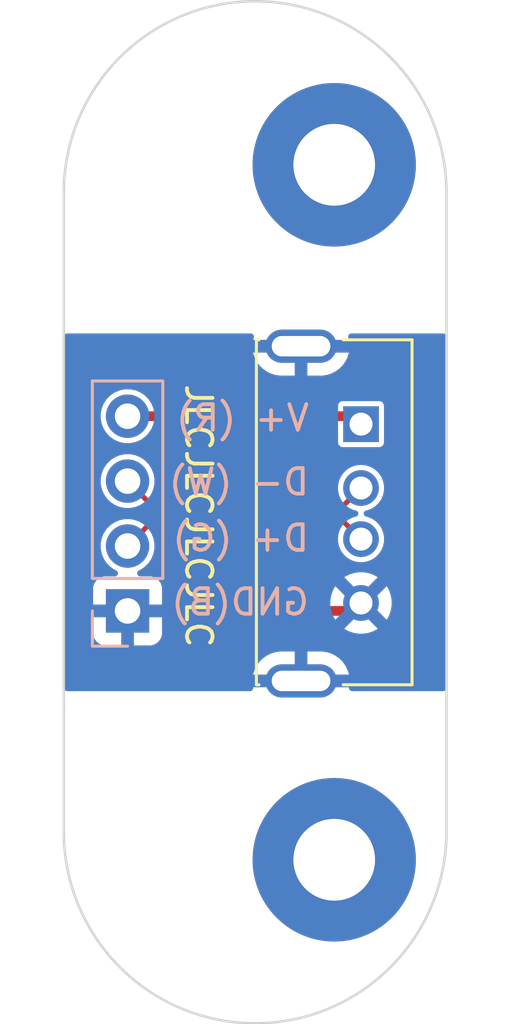
<source format=kicad_pcb>
(kicad_pcb (version 20241229) (generator "pcbnew") (generator_version "9.0")
  (layers (0 "F.Cu" signal) (2 "B.Cu" signal) (13 "F.Paste" user) (15 "B.Paste" user) (5 "F.SilkS" user "F.Silkscreen") (7 "B.SilkS" user "B.Silkscreen") (1 "F.Mask" user) (3 "B.Mask" user) (25 "Edge.Cuts" user))
  (net 0 "")
  (net 1 "D+")
  (net 2 "+5V")
  (net 3 "D-")
  (net 4 "GND")
  (footprint "MountingHole:MountingHole_3.2mm_M3_Pad" (layer "F.Cu") (at 153.1 91.4)
    (property "Reference" "H1" (hide yes))
    (property "Value" "MountingHole")
    (pad "1" thru_hole circle (at 0 0) (size 6.4 6.4) (drill 3.2) (layers "*.Cu" "*.Mask"))
  )
  (footprint "easyeda2kicad:USB-A-TH_AF-ZJB13.7" (layer "F.Cu") (at 153 105.05 -90)
    (property "Reference" "J1" (hide yes))
    (property "Value" "USB_A")
    (fp_line (start -6.8 2.95) (end -6.8 2.85) (stroke (width 0.12)) (layer "F.SilkS"))
    (fp_line (start 6.7 2.95) (end -6.8 2.95) (stroke (width 0.12)) (layer "F.SilkS"))
    (fp_line (start 6.7 2.95) (end 6.7 2.85) (stroke (width 0.12)) (layer "F.SilkS"))
    (fp_line (start -6.8 -0.45) (end -6.8 -3.15) (stroke (width 0.12)) (layer "F.SilkS"))
    (fp_line (start -6.8 -3.15) (end 6.7 -3.15) (stroke (width 0.12)) (layer "F.SilkS"))
    (fp_line (start 6.7 -3.15) (end 6.7 -0.45) (stroke (width 0.12)) (layer "F.SilkS"))
    (pad "1" thru_hole rect (at -3.5 -1.15 270) (size 1.4 1.4) (drill 0.9) (layers "*.Cu" "*.Mask") (net 2 "+5V"))
    (pad "2" thru_hole circle (at -1 -1.15 270) (size 1.4 1.4) (drill 0.9) (layers "*.Cu" "*.Mask") (net 3 "D-"))
    (pad "3" thru_hole circle (at 1 -1.15 270) (size 1.4 1.4) (drill 0.9) (layers "*.Cu" "*.Mask") (net 1 "D+"))
    (pad "4" thru_hole circle (at 3.5 -1.15 270) (size 1.4 1.4) (drill 0.9) (layers "*.Cu" "*.Mask") (net 4 "GND"))
    (pad "5" thru_hole oval (at -6.55 1.2 270) (size 1.3 2.8) (drill oval 0.8 2.3) (layers "*.Cu" "*.Mask") (net 4 "GND"))
    (pad "5" thru_hole oval (at 6.55 1.2 270) (size 1.3 2.8) (drill oval 0.8 2.3) (layers "*.Cu" "*.Mask") (net 4 "GND"))
  )
  (footprint "MountingHole:MountingHole_3.2mm_M3_Pad" (layer "F.Cu") (at 153.1 118.6)
    (property "Reference" "H2" (hide yes))
    (property "Value" "MountingHole")
    (pad "1" thru_hole circle (at 0 0) (size 6.4 6.4) (drill 3.2) (layers "*.Cu" "*.Mask"))
  )
  (footprint "Connector_PinHeader_2.54mm:PinHeader_1x04_P2.54mm_Vertical" (layer "B.Cu") (at 145 108.86)
    (property "Reference" "J2" (hide yes))
    (property "Value" "Conn_01x04_Socket")
    (fp_line (start -1.38 -9) (end 1.38 -9) (stroke (width 0.12)) (layer "B.SilkS"))
    (fp_line (start -1.38 -1.27) (end -1.38 -9) (stroke (width 0.12)) (layer "B.SilkS"))
    (fp_line (start -1.38 -1.27) (end 1.38 -1.27) (stroke (width 0.12)) (layer "B.SilkS"))
    (fp_line (start -1.38 0) (end -1.38 1.38) (stroke (width 0.12)) (layer "B.SilkS"))
    (fp_line (start -1.38 1.38) (end 0 1.38) (stroke (width 0.12)) (layer "B.SilkS"))
    (fp_line (start 1.38 -1.27) (end 1.38 -9) (stroke (width 0.12)) (layer "B.SilkS"))
    (pad "1" thru_hole rect (at 0 0) (size 1.7 1.7) (drill 1) (layers "*.Cu" "*.Mask") (net 4 "GND"))
    (pad "2" thru_hole circle (at 0 -2.54) (size 1.7 1.7) (drill 1) (layers "*.Cu" "*.Mask") (net 1 "D+"))
    (pad "3" thru_hole circle (at 0 -5.08) (size 1.7 1.7) (drill 1) (layers "*.Cu" "*.Mask") (net 3 "D-"))
    (pad "4" thru_hole circle (at 0 -7.62) (size 1.7 1.7) (drill 1) (layers "*.Cu" "*.Mask") (net 2 "+5V"))
  )
  (gr_line (start 157.5 117.5) (end 157.5 92.5) (stroke (width 0.1)) (layer "Edge.Cuts"))
  (gr_arc (start 157.5 117.5) (mid 150 125) (end 142.5 117.5) (stroke (width 0.1)) (layer "Edge.Cuts"))
  (gr_arc (start 142.5 92.5) (mid 150 85) (end 157.5 92.5) (stroke (width 0.1)) (layer "Edge.Cuts"))
  (gr_line (start 142.5 92.5) (end 142.5 117.5) (stroke (width 0.1)) (layer "Edge.Cuts"))
  (gr_text "JLCJLCJLCJLC" (at 147.2 99.9 270) (layer "F.SilkS") (effects (font (size 1 1)) (justify left bottom)))
  (gr_text "D+ (G)" (at 152.2 106.6 0) (layer "B.SilkS") (effects (font (size 1 1)) (justify left bottom mirror)))
  (gr_text "D- (W)" (at 152.2 104.4 0) (layer "B.SilkS") (effects (font (size 1 1)) (justify left bottom mirror)))
  (gr_text "V+ (R)" (at 152.2 101.9 0) (layer "B.SilkS") (effects (font (size 1 1)) (justify left bottom mirror)))
  (gr_text "GND(B)" (at 152.2 109.1 0) (layer "B.SilkS") (effects (font (size 1 1)) (justify left bottom mirror)))
  (segment (start 145 106.32) (end 146.044999 105.275001) (width 0.2) (layer "F.Cu") (net 1))
  (segment (start 146.044999 105.275001) (end 153.375001 105.275001) (width 0.2) (layer "F.Cu") (net 1))
  (segment (start 153.375001 105.275001) (end 154.15 106.05) (width 0.2) (layer "F.Cu") (net 1))
  (segment (start 145 101.24) (end 153.84 101.24) (width 0.381) (layer "F.Cu") (net 2))
  (segment (start 153.84 101.24) (end 154.15 101.55) (width 0.381) (layer "F.Cu") (net 2))
  (segment (start 146.044999 104.824999) (end 153.375001 104.824999) (width 0.2) (layer "F.Cu") (net 3))
  (segment (start 153.375001 104.824999) (end 154.15 104.05) (width 0.2) (layer "F.Cu") (net 3))
  (segment (start 145 103.78) (end 146.044999 104.824999) (width 0.2) (layer "F.Cu") (net 3))
  (segment (start 153.84 108.86) (end 154.15 108.55) (width 0.381) (layer "F.Cu") (net 4))
  (segment (start 145 108.86) (end 153.84 108.86) (width 0.381) (layer "F.Cu") (net 4))
  (zone (net 4) (net_name "GND") (layer "B.Cu") (connect_pads (clearance 0)) (min_thickness 0.25) (fill yes (thermal_gap 0.5) (thermal_bridge_width 0.5))
    (polygon (pts (xy 140 98) (xy 160 98) (xy 160 112) (xy 140 112)))
  )
)
</source>
